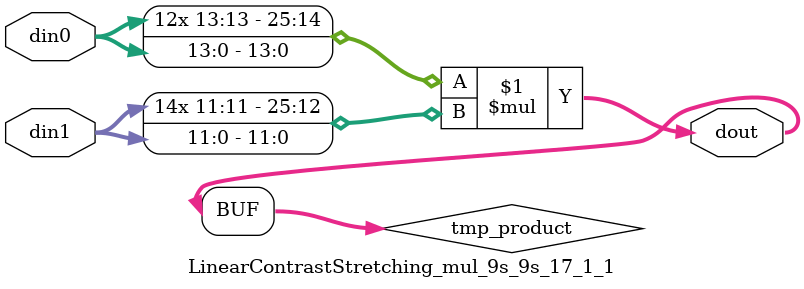
<source format=v>

`timescale 1 ns / 1 ps

  module LinearContrastStretching_mul_9s_9s_17_1_1(din0, din1, dout);
parameter ID = 1;
parameter NUM_STAGE = 0;
parameter din0_WIDTH = 14;
parameter din1_WIDTH = 12;
parameter dout_WIDTH = 26;

input [din0_WIDTH - 1 : 0] din0; 
input [din1_WIDTH - 1 : 0] din1; 
output [dout_WIDTH - 1 : 0] dout;

wire signed [dout_WIDTH - 1 : 0] tmp_product;













assign tmp_product = $signed(din0) * $signed(din1);








assign dout = tmp_product;







endmodule

</source>
